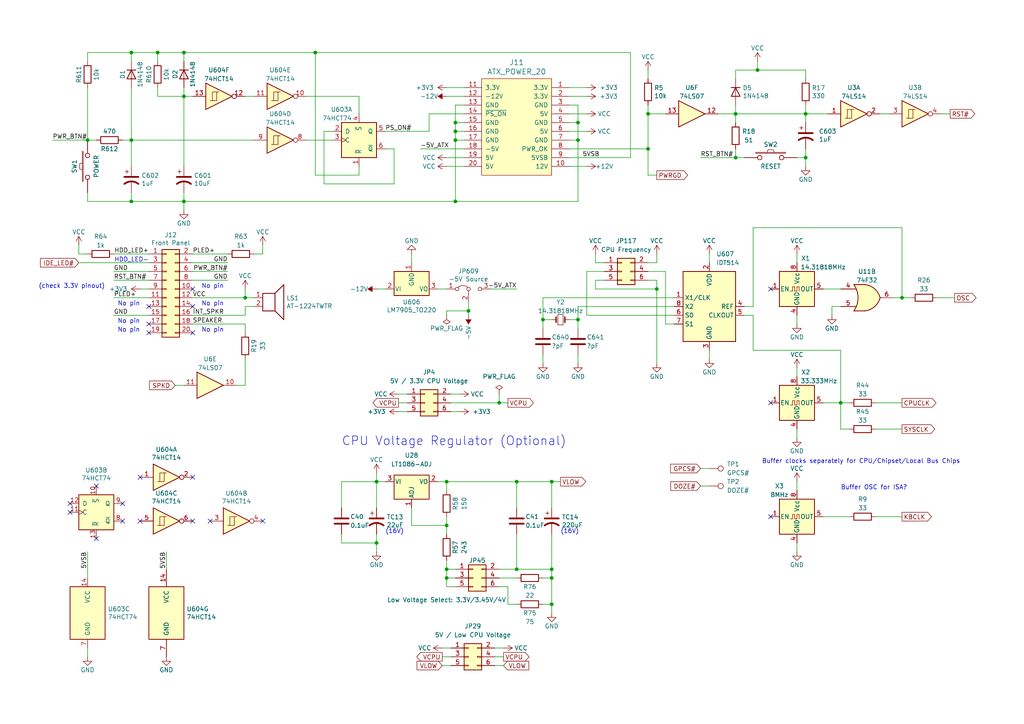
<source format=kicad_sch>
(kicad_sch (version 20211123) (generator eeschema)
  (paper "A4")
  (title_block (title "486 Sandy River Motherboard"))
  (lib_symbols
    (symbol "74xx:74LS07" (pin_names (offset 1.016))
      (property "Reference" "U" (at 0 1.27 0))
      (property "Value" "74LS07" (at 0 -1.27 0))
      (symbol "74LS07_1_0"
        (pin input line (at -7.62 0 0) (length 3.81) (name "~") (number "1"))
        (pin open_collector line (at 7.62 0 180) (length 3.81) (name "~") (number "2"))
      )
      (symbol "74LS07_2_0"
        (pin input line (at -7.62 0 0) (length 3.81) (name "~") (number "3"))
        (pin open_collector line (at 7.62 0 180) (length 3.81) (name "~") (number "4"))
      )
      (symbol "74LS07_3_0"
        (pin input line (at -7.62 0 0) (length 3.81) (name "~") (number "5"))
        (pin open_collector line (at 7.62 0 180) (length 3.81) (name "~") (number "6"))
      )
      (symbol "74LS07_4_0"
        (pin open_collector line (at 7.62 0 180) (length 3.81) (name "~") (number "8"))
        (pin input line (at -7.62 0 0) (length 3.81) (name "~") (number "9"))
      )
      (symbol "74LS07_5_0"
        (pin open_collector line (at 7.62 0 180) (length 3.81) (name "~") (number "10"))
        (pin input line (at -7.62 0 0) (length 3.81) (name "~") (number "11"))
      )
      (symbol "74LS07_6_0"
        (pin open_collector line (at 7.62 0 180) (length 3.81) (name "~") (number "12"))
        (pin input line (at -7.62 0 0) (length 3.81) (name "~") (number "13"))
      )
      (symbol "74LS07_7_0"
        (pin power_in line (at 0 12.7 270) (length 5.08) (name "VCC") (number "14"))
        (pin power_in line (at 0 -12.7 90) (length 5.08) (name "GND") (number "7"))
      )
    )
    (symbol "74xx:74LS14" (pin_names (offset 1.016))
      (property "Reference" "U" (at 0 1.27 0))
      (property "Value" "74LS14" (at 0 -1.27 0))
      (symbol "74LS14_1_0"
        (pin input line (at -7.62 0 0) (length 3.81) (name "~") (number "1"))
        (pin output inverted (at 7.62 0 180) (length 3.81) (name "~") (number "2"))
      )
      (symbol "74LS14_2_0"
        (pin input line (at -7.62 0 0) (length 3.81) (name "~") (number "3"))
        (pin output inverted (at 7.62 0 180) (length 3.81) (name "~") (number "4"))
      )
      (symbol "74LS14_3_0"
        (pin input line (at -7.62 0 0) (length 3.81) (name "~") (number "5"))
        (pin output inverted (at 7.62 0 180) (length 3.81) (name "~") (number "6"))
      )
      (symbol "74LS14_4_0"
        (pin output inverted (at 7.62 0 180) (length 3.81) (name "~") (number "8"))
        (pin input line (at -7.62 0 0) (length 3.81) (name "~") (number "9"))
      )
      (symbol "74LS14_5_0"
        (pin output inverted (at 7.62 0 180) (length 3.81) (name "~") (number "10"))
        (pin input line (at -7.62 0 0) (length 3.81) (name "~") (number "11"))
      )
      (symbol "74LS14_6_0"
        (pin output inverted (at 7.62 0 180) (length 3.81) (name "~") (number "12"))
        (pin input line (at -7.62 0 0) (length 3.81) (name "~") (number "13"))
      )
      (symbol "74LS14_7_0"
        (pin power_in line (at 0 12.7 270) (length 5.08) (name "VCC") (number "14"))
        (pin power_in line (at 0 -12.7 90) (length 5.08) (name "GND") (number "7"))
      )
    )
    (symbol "74xx:74LS32" (pin_names (offset 1.016))
      (property "Reference" "U" (at 0 1.27 0))
      (property "Value" "74LS32" (at 0 -1.27 0))
      (symbol "74LS32_1_1"
        (pin input line (at -7.62 2.54 0) (length 4.318) (name "~") (number "1"))
        (pin input line (at -7.62 -2.54 0) (length 4.318) (name "~") (number "2"))
        (pin output line (at 7.62 0 180) (length 3.81) (name "~") (number "3"))
      )
      (symbol "74LS32_1_2"
        (pin input inverted (at -7.62 2.54 0) (length 3.81) (name "~") (number "1"))
        (pin input inverted (at -7.62 -2.54 0) (length 3.81) (name "~") (number "2"))
        (pin output inverted (at 7.62 0 180) (length 3.81) (name "~") (number "3"))
      )
      (symbol "74LS32_2_1"
        (pin input line (at -7.62 2.54 0) (length 4.318) (name "~") (number "4"))
        (pin input line (at -7.62 -2.54 0) (length 4.318) (name "~") (number "5"))
        (pin output line (at 7.62 0 180) (length 3.81) (name "~") (number "6"))
      )
      (symbol "74LS32_2_2"
        (pin input inverted (at -7.62 2.54 0) (length 3.81) (name "~") (number "4"))
        (pin input inverted (at -7.62 -2.54 0) (length 3.81) (name "~") (number "5"))
        (pin output inverted (at 7.62 0 180) (length 3.81) (name "~") (number "6"))
      )
      (symbol "74LS32_3_1"
        (pin input line (at -7.62 -2.54 0) (length 4.318) (name "~") (number "10"))
        (pin output line (at 7.62 0 180) (length 3.81) (name "~") (number "8"))
        (pin input line (at -7.62 2.54 0) (length 4.318) (name "~") (number "9"))
      )
      (symbol "74LS32_3_2"
        (pin input inverted (at -7.62 -2.54 0) (length 3.81) (name "~") (number "10"))
        (pin output inverted (at 7.62 0 180) (length 3.81) (name "~") (number "8"))
        (pin input inverted (at -7.62 2.54 0) (length 3.81) (name "~") (number "9"))
      )
      (symbol "74LS32_4_1"
        (pin output line (at 7.62 0 180) (length 3.81) (name "~") (number "11"))
        (pin input line (at -7.62 2.54 0) (length 4.318) (name "~") (number "12"))
        (pin input line (at -7.62 -2.54 0) (length 4.318) (name "~") (number "13"))
      )
      (symbol "74LS32_4_2"
        (pin output inverted (at 7.62 0 180) (length 3.81) (name "~") (number "11"))
        (pin input inverted (at -7.62 2.54 0) (length 3.81) (name "~") (number "12"))
        (pin input inverted (at -7.62 -2.54 0) (length 3.81) (name "~") (number "13"))
      )
      (symbol "74LS32_5_0"
        (pin power_in line (at 0 12.7 270) (length 5.08) (name "VCC") (number "14"))
        (pin power_in line (at 0 -12.7 90) (length 5.08) (name "GND") (number "7"))
      )
    )
    (symbol "74xx:74LS74" (pin_names (offset 1.016))
      (property "Reference" "U" (at -7.62 8.89 0))
      (property "Value" "74LS74" (at -7.62 -8.89 0))
      (symbol "74LS74_1_0"
        (pin input line (at 0 -7.62 90) (length 2.54) (name "~{R}") (number "1"))
        (pin input line (at -7.62 2.54 0) (length 2.54) (name "D") (number "2"))
        (pin input clock (at -7.62 0 0) (length 2.54) (name "C") (number "3"))
        (pin input line (at 0 7.62 270) (length 2.54) (name "~{S}") (number "4"))
        (pin output line (at 7.62 2.54 180) (length 2.54) (name "Q") (number "5"))
        (pin output line (at 7.62 -2.54 180) (length 2.54) (name "~{Q}") (number "6"))
      )
      (symbol "74LS74_2_0"
        (pin input line (at 0 7.62 270) (length 2.54) (name "~{S}") (number "10"))
        (pin input clock (at -7.62 0 0) (length 2.54) (name "C") (number "11"))
        (pin input line (at -7.62 2.54 0) (length 2.54) (name "D") (number "12"))
        (pin input line (at 0 -7.62 90) (length 2.54) (name "~{R}") (number "13"))
        (pin output line (at 7.62 -2.54 180) (length 2.54) (name "~{Q}") (number "8"))
        (pin output line (at 7.62 2.54 180) (length 2.54) (name "Q") (number "9"))
      )
      (symbol "74LS74_3_0"
        (pin power_in line (at 0 10.16 270) (length 2.54) (name "VCC") (number "14"))
        (pin power_in line (at 0 -10.16 90) (length 2.54) (name "GND") (number "7"))
      )
    )
    (symbol "Connector:TestPoint" (pin_numbers hide) (pin_names (offset 0.762) hide)
      (property "Reference" "TP" (at 0 6.858 0))
      (property "Value" "TestPoint" (at 0 5.08 0))
      (symbol "TestPoint_1_1"
        (pin passive line (at 0 0 90) (length 2.54) (name "1") (number "1"))
      )
    )
    (symbol "Connector_Generic:Conn_02x03_Odd_Even" (pin_names (offset 1.016) hide)
      (property "Reference" "J" (at 1.27 5.08 0))
      (property "Value" "Conn_02x03_Odd_Even" (at 1.27 -5.08 0))
      (symbol "Conn_02x03_Odd_Even_1_1"
        (pin passive line (at -5.08 2.54 0) (length 3.81) (name "Pin_1") (number "1"))
        (pin passive line (at 7.62 2.54 180) (length 3.81) (name "Pin_2") (number "2"))
        (pin passive line (at -5.08 0 0) (length 3.81) (name "Pin_3") (number "3"))
        (pin passive line (at 7.62 0 180) (length 3.81) (name "Pin_4") (number "4"))
        (pin passive line (at -5.08 -2.54 0) (length 3.81) (name "Pin_5") (number "5"))
        (pin passive line (at 7.62 -2.54 180) (length 3.81) (name "Pin_6") (number "6"))
      )
    )
    (symbol "Connector_Generic:Conn_02x10_Odd_Even" (pin_names (offset 1.016) hide)
      (property "Reference" "J" (at 1.27 12.7 0))
      (property "Value" "Conn_02x10_Odd_Even" (at 1.27 -15.24 0))
      (symbol "Conn_02x10_Odd_Even_1_1"
        (pin passive line (at -5.08 10.16 0) (length 3.81) (name "Pin_1") (number "1"))
        (pin passive line (at 7.62 0 180) (length 3.81) (name "Pin_10") (number "10"))
        (pin passive line (at -5.08 -2.54 0) (length 3.81) (name "Pin_11") (number "11"))
        (pin passive line (at 7.62 -2.54 180) (length 3.81) (name "Pin_12") (number "12"))
        (pin passive line (at -5.08 -5.08 0) (length 3.81) (name "Pin_13") (number "13"))
        (pin passive line (at 7.62 -5.08 180) (length 3.81) (name "Pin_14") (number "14"))
        (pin passive line (at -5.08 -7.62 0) (length 3.81) (name "Pin_15") (number "15"))
        (pin passive line (at 7.62 -7.62 180) (length 3.81) (name "Pin_16") (number "16"))
        (pin passive line (at -5.08 -10.16 0) (length 3.81) (name "Pin_17") (number "17"))
        (pin passive line (at 7.62 -10.16 180) (length 3.81) (name "Pin_18") (number "18"))
        (pin passive line (at -5.08 -12.7 0) (length 3.81) (name "Pin_19") (number "19"))
        (pin passive line (at 7.62 10.16 180) (length 3.81) (name "Pin_2") (number "2"))
        (pin passive line (at 7.62 -12.7 180) (length 3.81) (name "Pin_20") (number "20"))
        (pin passive line (at -5.08 7.62 0) (length 3.81) (name "Pin_3") (number "3"))
        (pin passive line (at 7.62 7.62 180) (length 3.81) (name "Pin_4") (number "4"))
        (pin passive line (at -5.08 5.08 0) (length 3.81) (name "Pin_5") (number "5"))
        (pin passive line (at 7.62 5.08 180) (length 3.81) (name "Pin_6") (number "6"))
        (pin passive line (at -5.08 2.54 0) (length 3.81) (name "Pin_7") (number "7"))
        (pin passive line (at 7.62 2.54 180) (length 3.81) (name "Pin_8") (number "8"))
        (pin passive line (at -5.08 0 0) (length 3.81) (name "Pin_9") (number "9"))
      )
    )
    (symbol "Device:C" (pin_numbers hide) (pin_names (offset 0.254))
      (property "Reference" "C" (at 0.635 2.54 0))
      (property "Value" "C" (at 0.635 -2.54 0))
      (symbol "C_1_1"
        (pin passive line (at 0 3.81 270) (length 2.794) (name "~") (number "1"))
        (pin passive line (at 0 -3.81 90) (length 2.794) (name "~") (number "2"))
      )
    )
    (symbol "Device:C_Polarized_US" (pin_numbers hide) (pin_names (offset 0.254) hide)
      (property "Reference" "C" (at 0.635 2.54 0))
      (property "Value" "C_Polarized_US" (at 0.635 -2.54 0))
      (symbol "C_Polarized_US_1_1"
        (pin passive line (at 0 3.81 270) (length 2.794) (name "~") (number "1"))
        (pin passive line (at 0 -3.81 90) (length 3.302) (name "~") (number "2"))
      )
    )
    (symbol "Device:Crystal_Small" (pin_numbers hide) (pin_names (offset 1.016) hide)
      (property "Reference" "Y" (at 0 2.54 0))
      (property "Value" "Crystal_Small" (at 0 -2.54 0))
      (symbol "Crystal_Small_1_1"
        (pin passive line (at -2.54 0 0) (length 1.27) (name "1") (number "1"))
        (pin passive line (at 2.54 0 180) (length 1.27) (name "2") (number "2"))
      )
    )
    (symbol "Device:D" (pin_numbers hide) (pin_names (offset 1.016) hide)
      (property "Reference" "D" (at 0 2.54 0))
      (property "Value" "D" (at 0 -2.54 0))
      (symbol "D_1_1"
        (pin passive line (at -3.81 0 0) (length 2.54) (name "K") (number "1"))
        (pin passive line (at 3.81 0 180) (length 2.54) (name "A") (number "2"))
      )
    )
    (symbol "Device:R" (pin_numbers hide) (pin_names (offset 0))
      (property "Reference" "R" (at 2.032 0 90))
      (property "Value" "R" (at 0 0 90))
      (symbol "R_1_1"
        (pin passive line (at 0 3.81 270) (length 1.27) (name "~") (number "1"))
        (pin passive line (at 0 -3.81 90) (length 1.27) (name "~") (number "2"))
      )
    )
    (symbol "Device:Speaker" (pin_names (offset 0) hide)
      (property "Reference" "LS" (at 1.27 5.715 0))
      (property "Value" "Speaker" (at 1.27 3.81 0))
      (symbol "Speaker_1_1"
        (pin input line (at -5.08 0 0) (length 2.54) (name "1") (number "1"))
        (pin input line (at -5.08 -2.54 0) (length 2.54) (name "2") (number "2"))
      )
    )
    (symbol "Jumper:Jumper_3_Bridged12" (pin_names (offset 0) hide)
      (property "Reference" "JP" (at -2.54 -2.54 0))
      (property "Value" "Jumper_3_Bridged12" (at 0 2.794 0))
      (symbol "Jumper_3_Bridged12_1_1"
        (pin passive line (at -6.35 0 0) (length 2.54) (name "A") (number "1"))
        (pin passive line (at 0 -3.81 90) (length 2.54) (name "C") (number "2"))
        (pin passive line (at 6.35 0 180) (length 2.54) (name "B") (number "3"))
      )
    )
    (symbol "Oscillator:CXO_DIP8" (pin_names (offset 0.254))
      (property "Reference" "X" (at -5.08 6.35 0))
      (property "Value" "CXO_DIP8" (at 1.27 -6.35 0))
      (symbol "CXO_DIP8_1_1"
        (pin input line (at -7.62 0 0) (length 2.54) (name "EN") (number "1"))
        (pin power_in line (at 0 -7.62 90) (length 2.54) (name "GND") (number "4"))
        (pin output line (at 7.62 0 180) (length 2.54) (name "OUT") (number "5"))
        (pin power_in line (at 0 7.62 270) (length 2.54) (name "Vcc") (number "8"))
      )
    )
    (symbol "Oscillator:NB3N502"
      (property "Reference" "U" (at 2.54 15.24 0))
      (property "Value" "NB3N502" (at 2.54 12.7 0))
      (symbol "NB3N502_1_1"
        (pin input line (at -10.16 2.54 0) (length 2.54) (name "X1/CLK") (number "1"))
        (pin power_in line (at 0 12.7 270) (length 2.54) (name "VDD") (number "2"))
        (pin power_in line (at 0 -12.7 90) (length 2.54) (name "GND") (number "3"))
        (pin output line (at 10.16 0 180) (length 2.54) (name "REF") (number "4"))
        (pin output line (at 10.16 -2.54 180) (length 2.54) (name "CLKOUT") (number "5"))
        (pin input line (at -10.16 -2.54 0) (length 2.54) (name "S0") (number "6"))
        (pin input line (at -10.16 -5.08 0) (length 2.54) (name "S1") (number "7"))
        (pin output line (at -10.16 0 0) (length 2.54) (name "X2") (number "8"))
      )
    )
    (symbol "Regulator_Linear:LM7905_TO220" (pin_names (offset 0.254))
      (property "Reference" "U" (at -3.81 -3.175 0))
      (property "Value" "LM7905_TO220" (at 0 -3.175 0))
      (symbol "LM7905_TO220_1_1"
        (pin power_in line (at 0 7.62 270) (length 2.54) (name "GND") (number "1"))
        (pin power_in line (at -7.62 0 0) (length 2.54) (name "VI") (number "2"))
        (pin power_out line (at 7.62 0 180) (length 2.54) (name "VO") (number "3"))
      )
    )
    (symbol "Regulator_Linear:LT1086-ADJ" (pin_names (offset 0.254))
      (property "Reference" "U" (at -3.81 3.175 0))
      (property "Value" "LT1086-ADJ" (at 0 3.175 0))
      (symbol "LT1086-ADJ_1_1"
        (pin input line (at 0 -7.62 90) (length 2.54) (name "ADJ") (number "1"))
        (pin power_out line (at 7.62 0 180) (length 2.54) (name "VO") (number "2"))
        (pin power_in line (at -7.62 0 0) (length 2.54) (name "VI") (number "3"))
      )
    )
    (symbol "my_components:ATX_POWER_20" (pin_names (offset 1.016))
      (property "Reference" "J" (at -10.16 17.78 0))
      (property "Value" "ATX_POWER_20" (at -10.16 15.24 0))
      (symbol "ATX_POWER_20_1_1"
        (pin power_out line (at -15.24 11.43 0) (length 5.08) (name "3.3V") (number "1"))
        (pin power_out line (at -15.24 -11.43 0) (length 5.08) (name "12V") (number "10"))
        (pin power_in line (at 15.24 11.43 180) (length 5.08) (name "3.3V") (number "11"))
        (pin power_out line (at 15.24 8.89 180) (length 5.08) (name "-12V") (number "12"))
        (pin power_in line (at 15.24 6.35 180) (length 5.08) (name "GND") (number "13"))
        (pin input line (at 15.24 3.81 180) (length 5.08) (name "~{PS_ON}") (number "14"))
        (pin power_in line (at 15.24 1.27 180) (length 5.08) (name "GND") (number "15"))
        (pin power_in line (at 15.24 -1.27 180) (length 5.08) (name "GND") (number "16"))
        (pin power_in line (at 15.24 -3.81 180) (length 5.08) (name "GND") (number "17"))
        (pin power_out line (at 15.24 -6.35 180) (length 5.08) (name "-5V") (number "18"))
        (pin power_in line (at 15.24 -8.89 180) (length 5.08) (name "5V") (number "19"))
        (pin power_in line (at -15.24 8.89 0) (length 5.08) (name "3.3V") (number "2"))
        (pin power_in line (at 15.24 -11.43 180) (length 5.08) (name "5V") (number "20"))
        (pin power_out line (at -15.24 6.35 0) (length 5.08) (name "GND") (number "3"))
        (pin power_out line (at -15.24 3.81 0) (length 5.08) (name "5V") (number "4"))
        (pin power_in line (at -15.24 1.27 0) (length 5.08) (name "GND") (number "5"))
        (pin power_in line (at -15.24 -1.27 0) (length 5.08) (name "5V") (number "6"))
        (pin power_in line (at -15.24 -3.81 0) (length 5.08) (name "GND") (number "7"))
        (pin output line (at -15.24 -6.35 0) (length 5.08) (name "PWR_OK") (number "8"))
        (pin power_out line (at -15.24 -8.89 0) (length 5.08) (name "5VSB") (number "9"))
      )
    )
    (symbol "my_components:Switch_Tactile" (pin_numbers hide) (pin_names (offset 1.016) hide)
      (property "Reference" "SW" (at 3.81 2.794 0))
      (property "Value" "Switch_Tactile" (at 0 -5.08 0))
      (symbol "Switch_Tactile_0_1"
        (pin passive inverted (at -7.62 0 0) (length 5.08) (name "1") (number "1"))
        (pin passive inverted (at 7.62 0 180) (length 5.08) (name "2") (number "2"))
      )
    )
    (symbol "power:+12V" (power) (pin_names (offset 0))
      (property "Value" "+12V" (at 0 3.556 0))
      (symbol "+12V_1_1"
        (pin power_in line (at 0 0 90) (length 0) hide (name "+12V") (number "1"))
      )
    )
    (symbol "power:+3.3V" (power) (pin_names (offset 0))
      (property "Value" "+3.3V" (at 0 3.556 0))
      (symbol "+3.3V_1_1"
        (pin power_in line (at 0 0 90) (length 0) hide (name "+3V3") (number "1"))
      )
    )
    (symbol "power:-12V" (power) (pin_names (offset 0))
      (property "Value" "-12V" (at 0 3.81 0))
      (symbol "-12V_0_0"
        (pin power_in line (at 0 0 90) (length 0) hide (name "-12V") (number "1"))
      )
    )
    (symbol "power:-5V" (power) (pin_names (offset 0))
      (property "Value" "-5V" (at 0 3.81 0))
      (symbol "-5V_0_0"
        (pin power_in line (at 0 0 90) (length 0) hide (name "-5V") (number "1"))
      )
    )
    (symbol "power:GND" (power) (pin_names (offset 0))
      (property "Value" "GND" (at 0 -3.81 0))
      (symbol "GND_1_1"
        (pin power_in line (at 0 0 270) (length 0) hide (name "GND") (number "1"))
      )
    )
    (symbol "power:PWR_FLAG" (power) (pin_numbers hide) (pin_names (offset 0) hide)
      (property "Value" "PWR_FLAG" (at 0 3.81 0))
      (symbol "PWR_FLAG_0_0"
        (pin power_out line (at 0 0 90) (length 0) (name "pwr") (number "1"))
      )
    )
    (symbol "power:VCC" (power) (pin_names (offset 0))
      (property "Value" "VCC" (at 0 3.81 0))
      (symbol "VCC_1_1"
        (pin power_in line (at 0 0 90) (length 0) hide (name "VCC") (number "1"))
      )
    )
  )
  (junction (at 109.22 157.48))
  (junction (at 129.54 152.4))
  (junction (at 157.48 92.71))
  (junction (at 233.68 45.72))
  (junction (at 261.62 86.36))
  (junction (at 167.64 92.71))
  (junction (at 219.71 20.32))
  (junction (at 213.36 45.72))
  (junction (at 167.64 40.64))
  (junction (at 129.54 139.7))
  (junction (at 144.78 116.84))
  (junction (at 160.02 139.7))
  (junction (at 25.4 40.64))
  (junction (at 190.5 83.82))
  (junction (at 132.08 40.64))
  (junction (at 132.08 58.42))
  (junction (at 71.12 86.36))
  (junction (at 167.64 35.56))
  (junction (at 187.96 43.18))
  (junction (at 160.02 167.64))
  (junction (at 233.68 33.02))
  (junction (at 45.72 15.24))
  (junction (at 243.84 116.84))
  (junction (at 109.22 139.7))
  (junction (at 213.36 33.02))
  (junction (at 160.02 165.1))
  (junction (at 160.02 175.26))
  (junction (at 129.54 167.64))
  (junction (at 132.08 38.1))
  (junction (at 38.1 15.24))
  (junction (at 149.86 165.1))
  (junction (at 149.86 139.7))
  (junction (at 135.89 90.17))
  (junction (at 187.96 33.02))
  (junction (at 129.54 165.1))
  (junction (at 38.1 58.42))
  (junction (at 38.1 40.64))
  (junction (at 132.08 35.56))
  (junction (at 53.34 58.42))
  (junction (at 53.34 15.24))
  (junction (at 53.34 27.94))
  (junction (at 91.44 15.24))
  (no_connect (at 55.88 151.13))
  (no_connect (at 223.52 116.84))
  (no_connect (at 55.88 138.43))
  (no_connect (at 40.64 138.43))
  (no_connect (at 27.94 156.21))
  (no_connect (at 55.88 83.82))
  (no_connect (at 20.32 148.59))
  (no_connect (at 35.56 146.05))
  (no_connect (at 55.88 96.52))
  (no_connect (at 35.56 151.13))
  (no_connect (at 20.32 146.05))
  (no_connect (at 223.52 149.86))
  (no_connect (at 27.94 140.97))
  (no_connect (at 43.18 88.9))
  (no_connect (at 76.2 151.13))
  (no_connect (at 43.18 93.98))
  (no_connect (at 223.52 83.82))
  (no_connect (at 40.64 151.13))
  (no_connect (at 60.96 151.13))
  (no_connect (at 55.88 88.9))
  (no_connect (at 43.18 96.52))
  (wire (pts (xy 233.68 33.02) (xy 240.03 33.02)))
  (wire (pts (xy 128.27 187.96) (xy 130.81 187.96)))
  (wire (pts (xy 71.12 104.14) (xy 71.12 111.76)))
  (wire (pts (xy 129.54 165.1) (xy 132.08 165.1)))
  (wire (pts (xy 53.34 58.42) (xy 53.34 60.96)))
  (wire (pts (xy 219.71 20.32) (xy 219.71 17.78)))
  (wire (pts (xy 144.78 165.1) (xy 149.86 165.1)))
  (wire (pts (xy 160.02 139.7) (xy 162.56 139.7)))
  (wire (pts (xy 208.28 33.02) (xy 213.36 33.02)))
  (wire (pts (xy 88.9 40.64) (xy 96.52 40.64)))
  (wire (pts (xy 132.08 38.1) (xy 132.08 40.64)))
  (wire (pts (xy 231.14 157.48) (xy 231.14 160.02)))
  (wire (pts (xy 99.06 139.7) (xy 109.22 139.7)))
  (wire (pts (xy 104.14 48.26) (xy 104.14 50.8)))
  (wire (pts (xy 167.64 35.56) (xy 167.64 40.64)))
  (wire (pts (xy 231.14 91.44) (xy 231.14 93.98)))
  (wire (pts (xy 165.1 48.26) (xy 170.18 48.26)))
  (wire (pts (xy 53.34 27.94) (xy 55.88 27.94)))
  (wire (pts (xy 160.02 165.1) (xy 160.02 167.64)))
  (wire (pts (xy 135.89 90.17) (xy 129.54 90.17)))
  (wire (pts (xy 233.68 20.32) (xy 233.68 22.86)))
  (wire (pts (xy 142.24 83.82) (xy 149.86 83.82)))
  (wire (pts (xy 132.08 35.56) (xy 132.08 38.1)))
  (wire (pts (xy 129.54 170.18) (xy 132.08 170.18)))
  (wire (pts (xy 233.68 33.02) (xy 233.68 35.56)))
  (wire (pts (xy 193.04 78.74) (xy 187.96 78.74)))
  (wire (pts (xy 99.06 157.48) (xy 99.06 154.94)))
  (wire (pts (xy 144.78 116.84) (xy 147.32 116.84)))
  (wire (pts (xy 129.54 139.7) (xy 149.86 139.7)))
  (wire (pts (xy 73.66 40.64) (xy 38.1 40.64)))
  (wire (pts (xy 149.86 139.7) (xy 149.86 147.32)))
  (wire (pts (xy 129.54 139.7) (xy 129.54 142.24)))
  (wire (pts (xy 130.81 119.38) (xy 133.35 119.38)))
  (wire (pts (xy 238.76 83.82) (xy 243.84 83.82)))
  (wire (pts (xy 115.57 114.3) (xy 118.11 114.3)))
  (wire (pts (xy 55.88 81.28) (xy 66.04 81.28)))
  (wire (pts (xy 119.38 147.32) (xy 119.38 152.4)))
  (wire (pts (xy 165.1 30.48) (xy 167.64 30.48)))
  (wire (pts (xy 55.88 78.74) (xy 66.04 78.74)))
  (wire (pts (xy 22.86 76.2) (xy 43.18 76.2)))
  (wire (pts (xy 193.04 93.98) (xy 193.04 78.74)))
  (wire (pts (xy 218.44 88.9) (xy 218.44 66.04)))
  (wire (pts (xy 190.5 83.82) (xy 190.5 105.41)))
  (wire (pts (xy 243.84 124.46) (xy 243.84 116.84)))
  (wire (pts (xy 190.5 73.66) (xy 190.5 76.2)))
  (wire (pts (xy 160.02 139.7) (xy 160.02 147.32)))
  (wire (pts (xy 165.1 25.4) (xy 170.18 25.4)))
  (wire (pts (xy 213.36 22.86) (xy 213.36 20.32)))
  (wire (pts (xy 109.22 157.48) (xy 99.06 157.48)))
  (wire (pts (xy 119.38 73.66) (xy 119.38 76.2)))
  (wire (pts (xy 254 149.86) (xy 261.62 149.86)))
  (wire (pts (xy 73.66 86.36) (xy 71.12 86.36)))
  (wire (pts (xy 167.64 88.9) (xy 195.58 88.9)))
  (wire (pts (xy 119.38 152.4) (xy 129.54 152.4)))
  (wire (pts (xy 254 124.46) (xy 261.62 124.46)))
  (wire (pts (xy 134.62 40.64) (xy 132.08 40.64)))
  (wire (pts (xy 170.18 91.44) (xy 170.18 78.74)))
  (wire (pts (xy 257.81 33.02) (xy 255.27 33.02)))
  (wire (pts (xy 144.78 167.64) (xy 149.86 167.64)))
  (wire (pts (xy 165.1 43.18) (xy 187.96 43.18)))
  (wire (pts (xy 53.34 58.42) (xy 53.34 55.88)))
  (wire (pts (xy 219.71 20.32) (xy 233.68 20.32)))
  (wire (pts (xy 165.1 33.02) (xy 170.18 33.02)))
  (wire (pts (xy 187.96 50.8) (xy 190.5 50.8)))
  (wire (pts (xy 55.88 93.98) (xy 71.12 93.98)))
  (wire (pts (xy 114.3 43.18) (xy 114.3 53.34)))
  (wire (pts (xy 135.89 90.17) (xy 135.89 91.44)))
  (wire (pts (xy 238.76 116.84) (xy 243.84 116.84)))
  (wire (pts (xy 130.81 116.84) (xy 144.78 116.84)))
  (wire (pts (xy 115.57 116.84) (xy 118.11 116.84)))
  (wire (pts (xy 55.88 73.66) (xy 66.04 73.66)))
  (wire (pts (xy 243.84 101.6) (xy 243.84 116.84)))
  (wire (pts (xy 109.22 154.94) (xy 109.22 157.48)))
  (wire (pts (xy 231.14 106.68) (xy 231.14 109.22)))
  (wire (pts (xy 261.62 86.36) (xy 259.08 86.36)))
  (wire (pts (xy 157.48 92.71) (xy 160.02 92.71)))
  (wire (pts (xy 167.64 30.48) (xy 167.64 35.56)))
  (wire (pts (xy 218.44 91.44) (xy 218.44 101.6)))
  (wire (pts (xy 170.18 78.74) (xy 175.26 78.74)))
  (wire (pts (xy 45.72 27.94) (xy 45.72 25.4)))
  (wire (pts (xy 127 83.82) (xy 129.54 83.82)))
  (wire (pts (xy 115.57 119.38) (xy 118.11 119.38)))
  (wire (pts (xy 143.51 190.5) (xy 146.05 190.5)))
  (wire (pts (xy 43.18 83.82) (xy 40.64 83.82)))
  (wire (pts (xy 149.86 139.7) (xy 160.02 139.7)))
  (wire (pts (xy 111.76 83.82) (xy 109.22 83.82)))
  (wire (pts (xy 254 116.84) (xy 261.62 116.84)))
  (wire (pts (xy 172.72 73.66) (xy 172.72 76.2)))
  (wire (pts (xy 157.48 105.41) (xy 157.48 102.87)))
  (wire (pts (xy 134.62 45.72) (xy 129.54 45.72)))
  (wire (pts (xy 111.76 43.18) (xy 114.3 43.18)))
  (wire (pts (xy 25.4 40.64) (xy 15.24 40.64)))
  (wire (pts (xy 55.88 76.2) (xy 66.04 76.2)))
  (wire (pts (xy 71.12 93.98) (xy 71.12 96.52)))
  (wire (pts (xy 195.58 91.44) (xy 170.18 91.44)))
  (wire (pts (xy 231.14 139.7) (xy 231.14 142.24)))
  (wire (pts (xy 91.44 50.8) (xy 91.44 15.24)))
  (wire (pts (xy 187.96 43.18) (xy 187.96 50.8)))
  (wire (pts (xy 38.1 58.42) (xy 53.34 58.42)))
  (wire (pts (xy 167.64 58.42) (xy 132.08 58.42)))
  (wire (pts (xy 91.44 15.24) (xy 182.88 15.24)))
  (wire (pts (xy 218.44 101.6) (xy 243.84 101.6)))
  (wire (pts (xy 233.68 30.48) (xy 233.68 33.02)))
  (wire (pts (xy 182.88 15.24) (xy 182.88 45.72)))
  (wire (pts (xy 38.1 25.4) (xy 38.1 40.64)))
  (wire (pts (xy 231.14 45.72) (xy 233.68 45.72)))
  (wire (pts (xy 157.48 175.26) (xy 160.02 175.26)))
  (wire (pts (xy 160.02 154.94) (xy 160.02 165.1)))
  (wire (pts (xy 132.08 40.64) (xy 132.08 58.42)))
  (wire (pts (xy 213.36 30.48) (xy 213.36 33.02)))
  (wire (pts (xy 43.18 78.74) (xy 33.02 78.74)))
  (wire (pts (xy 215.9 88.9) (xy 218.44 88.9)))
  (wire (pts (xy 213.36 45.72) (xy 213.36 43.18)))
  (wire (pts (xy 134.62 38.1) (xy 132.08 38.1)))
  (wire (pts (xy 109.22 139.7) (xy 109.22 137.16)))
  (wire (pts (xy 73.66 88.9) (xy 71.12 88.9)))
  (wire (pts (xy 167.64 92.71) (xy 165.1 92.71)))
  (wire (pts (xy 25.4 58.42) (xy 38.1 58.42)))
  (wire (pts (xy 25.4 187.96) (xy 25.4 190.5)))
  (wire (pts (xy 48.26 165.1) (xy 48.26 160.02)))
  (wire (pts (xy 27.94 40.64) (xy 25.4 40.64)))
  (wire (pts (xy 243.84 116.84) (xy 246.38 116.84)))
  (wire (pts (xy 187.96 43.18) (xy 187.96 33.02)))
  (wire (pts (xy 71.12 88.9) (xy 71.12 91.44)))
  (wire (pts (xy 76.2 73.66) (xy 76.2 71.12)))
  (wire (pts (xy 205.74 101.6) (xy 205.74 104.14)))
  (wire (pts (xy 22.86 73.66) (xy 25.4 73.66)))
  (wire (pts (xy 38.1 15.24) (xy 38.1 17.78)))
  (wire (pts (xy 231.14 124.46) (xy 231.14 127)))
  (wire (pts (xy 187.96 81.28) (xy 190.5 81.28)))
  (wire (pts (xy 165.1 35.56) (xy 167.64 35.56)))
  (wire (pts (xy 53.34 27.94) (xy 45.72 27.94)))
  (wire (pts (xy 203.2 135.89) (xy 205.74 135.89)))
  (wire (pts (xy 111.76 38.1) (xy 124.46 38.1)))
  (wire (pts (xy 215.9 91.44) (xy 218.44 91.44)))
  (wire (pts (xy 43.18 91.44) (xy 33.02 91.44)))
  (wire (pts (xy 264.16 86.36) (xy 261.62 86.36)))
  (wire (pts (xy 160.02 175.26) (xy 160.02 167.64)))
  (wire (pts (xy 55.88 86.36) (xy 71.12 86.36)))
  (wire (pts (xy 73.66 73.66) (xy 76.2 73.66)))
  (wire (pts (xy 195.58 93.98) (xy 193.04 93.98)))
  (wire (pts (xy 213.36 20.32) (xy 219.71 20.32)))
  (wire (pts (xy 104.14 27.94) (xy 104.14 33.02)))
  (wire (pts (xy 129.54 167.64) (xy 132.08 167.64)))
  (wire (pts (xy 187.96 20.32) (xy 187.96 22.86)))
  (wire (pts (xy 130.81 114.3) (xy 133.35 114.3)))
  (wire (pts (xy 99.06 147.32) (xy 99.06 139.7)))
  (wire (pts (xy 43.18 86.36) (xy 33.02 86.36)))
  (wire (pts (xy 165.1 27.94) (xy 170.18 27.94)))
  (wire (pts (xy 190.5 83.82) (xy 190.5 81.28)))
  (wire (pts (xy 88.9 27.94) (xy 104.14 27.94)))
  (wire (pts (xy 129.54 165.1) (xy 129.54 167.64)))
  (wire (pts (xy 271.78 86.36) (xy 276.86 86.36)))
  (wire (pts (xy 114.3 53.34) (xy 93.98 53.34)))
  (wire (pts (xy 241.3 88.9) (xy 241.3 91.44)))
  (wire (pts (xy 172.72 81.28) (xy 175.26 81.28)))
  (wire (pts (xy 53.34 25.4) (xy 53.34 27.94)))
  (wire (pts (xy 213.36 45.72) (xy 215.9 45.72)))
  (wire (pts (xy 53.34 58.42) (xy 132.08 58.42)))
  (wire (pts (xy 144.78 170.18) (xy 147.32 170.18)))
  (wire (pts (xy 53.34 48.26) (xy 53.34 27.94)))
  (wire (pts (xy 157.48 86.36) (xy 157.48 92.71)))
  (wire (pts (xy 124.46 38.1) (xy 124.46 33.02)))
  (wire (pts (xy 172.72 81.28) (xy 172.72 83.82)))
  (wire (pts (xy 134.62 35.56) (xy 132.08 35.56)))
  (wire (pts (xy 45.72 15.24) (xy 45.72 17.78)))
  (wire (pts (xy 218.44 66.04) (xy 261.62 66.04)))
  (wire (pts (xy 144.78 114.3) (xy 144.78 116.84)))
  (wire (pts (xy 127 139.7) (xy 129.54 139.7)))
  (wire (pts (xy 167.64 105.41) (xy 167.64 102.87)))
  (wire (pts (xy 134.62 25.4) (xy 129.54 25.4)))
  (wire (pts (xy 111.76 139.7) (xy 109.22 139.7)))
  (wire (pts (xy 53.34 15.24) (xy 45.72 15.24)))
  (wire (pts (xy 71.12 27.94) (xy 73.66 27.94)))
  (wire (pts (xy 128.27 193.04) (xy 130.81 193.04)))
  (wire (pts (xy 38.1 48.26) (xy 38.1 40.64)))
  (wire (pts (xy 243.84 88.9) (xy 241.3 88.9)))
  (wire (pts (xy 167.64 92.71) (xy 167.64 88.9)))
  (wire (pts (xy 165.1 38.1) (xy 170.18 38.1)))
  (wire (pts (xy 132.08 30.48) (xy 132.08 35.56)))
  (wire (pts (xy 91.44 15.24) (xy 53.34 15.24)))
  (wire (pts (xy 129.54 165.1) (xy 129.54 162.56)))
  (wire (pts (xy 143.51 187.96) (xy 146.05 187.96)))
  (wire (pts (xy 25.4 15.24) (xy 25.4 17.78)))
  (wire (pts (xy 104.14 50.8) (xy 91.44 50.8)))
  (wire (pts (xy 165.1 40.64) (xy 167.64 40.64)))
  (wire (pts (xy 238.76 149.86) (xy 246.38 149.86)))
  (wire (pts (xy 175.26 76.2) (xy 172.72 76.2)))
  (wire (pts (xy 129.54 154.94) (xy 129.54 152.4)))
  (wire (pts (xy 109.22 139.7) (xy 109.22 147.32)))
  (wire (pts (xy 160.02 175.26) (xy 160.02 177.8)))
  (wire (pts (xy 147.32 170.18) (xy 147.32 175.26)))
  (wire (pts (xy 135.89 87.63) (xy 135.89 90.17)))
  (wire (pts (xy 147.32 175.26) (xy 149.86 175.26)))
  (wire (pts (xy 124.46 33.02) (xy 134.62 33.02)))
  (wire (pts (xy 275.59 33.02) (xy 273.05 33.02)))
  (wire (pts (xy 157.48 167.64) (xy 160.02 167.64)))
  (wire (pts (xy 134.62 30.48) (xy 132.08 30.48)))
  (wire (pts (xy 233.68 43.18) (xy 233.68 45.72)))
  (wire (pts (xy 203.2 140.97) (xy 205.74 140.97)))
  (wire (pts (xy 261.62 66.04) (xy 261.62 86.36)))
  (wire (pts (xy 25.4 55.88) (xy 25.4 58.42)))
  (wire (pts (xy 143.51 193.04) (xy 146.05 193.04)))
  (wire (pts (xy 96.52 38.1) (xy 93.98 38.1)))
  (wire (pts (xy 43.18 73.66) (xy 33.02 73.66)))
  (wire (pts (xy 71.12 86.36) (xy 71.12 83.82)))
  (wire (pts (xy 53.34 15.24) (xy 53.34 17.78)))
  (wire (pts (xy 35.56 40.64) (xy 38.1 40.64)))
  (wire (pts (xy 53.34 111.76) (xy 50.8 111.76)))
  (wire (pts (xy 22.86 73.66) (xy 22.86 71.12)))
  (wire (pts (xy 205.74 73.66) (xy 205.74 76.2)))
  (wire (pts (xy 187.96 76.2) (xy 190.5 76.2)))
  (wire (pts (xy 128.27 190.5) (xy 130.81 190.5)))
  (wire (pts (xy 193.04 33.02) (xy 187.96 33.02)))
  (wire (pts (xy 149.86 165.1) (xy 160.02 165.1)))
  (wire (pts (xy 43.18 81.28) (xy 33.02 81.28)))
  (wire (pts (xy 129.54 149.86) (xy 129.54 152.4)))
  (wire (pts (xy 109.22 157.48) (xy 109.22 160.02)))
  (wire (pts (xy 134.62 27.94) (xy 129.54 27.94)))
  (wire (pts (xy 68.58 111.76) (xy 71.12 111.76)))
  (wire (pts (xy 233.68 45.72) (xy 233.68 48.26)))
  (wire (pts (xy 246.38 124.46) (xy 243.84 124.46)))
  (wire (pts (xy 213.36 33.02) (xy 213.36 35.56)))
  (wire (pts (xy 231.14 73.66) (xy 231.14 76.2)))
  (wire (pts (xy 134.62 43.18) (xy 121.92 43.18)))
  (wire (pts (xy 167.64 40.64) (xy 167.64 58.42)))
  (wire (pts (xy 129.54 90.17) (xy 129.54 91.44)))
  (wire (pts (xy 38.1 55.88) (xy 38.1 58.42)))
  (wire (pts (xy 25.4 40.64) (xy 25.4 25.4)))
  (wire (pts (xy 25.4 167.64) (xy 25.4 160.02)))
  (wire (pts (xy 172.72 83.82) (xy 190.5 83.82)))
  (wire (pts (xy 157.48 86.36) (xy 195.58 86.36)))
  (wire (pts (xy 38.1 15.24) (xy 25.4 15.24)))
  (wire (pts (xy 149.86 154.94) (xy 149.86 165.1)))
  (wire (pts (xy 187.96 30.48) (xy 187.96 33.02)))
  (wire (pts (xy 93.98 38.1) (xy 93.98 53.34)))
  (wire (pts (xy 55.88 91.44) (xy 71.12 91.44)))
  (wire (pts (xy 129.54 167.64) (xy 129.54 170.18)))
  (wire (pts (xy 203.2 45.72) (xy 213.36 45.72)))
  (wire (pts (xy 167.64 95.25) (xy 167.64 92.71)))
  (wire (pts (xy 45.72 15.24) (xy 38.1 15.24)))
  (wire (pts (xy 134.62 48.26) (xy 129.54 48.26)))
  (wire (pts (xy 213.36 33.02) (xy 233.68 33.02)))
  (wire (pts (xy 165.1 45.72) (xy 182.88 45.72)))
  (wire (pts (xy 157.48 92.71) (xy 157.48 95.25)))
  (text "No pin" (at 58.42 96.52 0) (effects (font (size 1.27 1.27)) (justify left bottom)))
  (text "(16V)" (at 111.76 154.94 0) (effects (font (size 1.27 1.27)) (justify left bottom)))
  (text "Buffer OSC for ISA?" (at 243.84 142.24 0) (effects (font (size 1.27 1.27)) (justify left bottom)))
  (text "No pin" (at 40.64 96.52 180) (effects (font (size 1.27 1.27)) (justify right bottom)))
  (text "No pin" (at 58.42 88.9 0) (effects (font (size 1.27 1.27)) (justify left bottom)))
  (text "CPU Voltage Regulator (Optional)" (at 99.06 129.54 0) (effects (font (size 2.54 2.54)) (justify left bottom)))
  (text "(16V)" (at 162.56 154.94 0) (effects (font (size 1.27 1.27)) (justify left bottom)))
  (text "HDD_LED-" (at 43.18 76.2 180) (effects (font (size 1.27 1.27)) (justify right bottom)))
  (text "Buffer clocks separately for CPU/Chipset/Local Bus Chips" (at 220.98 134.62 0) (effects (font (size 1.27 1.27)) (justify left bottom)))
  (text "No pin" (at 58.42 83.82 0) (effects (font (size 1.27 1.27)) (justify left bottom)))
  (text "(check 3.3V pinout)" (at 30.48 83.82 180) (effects (font (size 1.27 1.27)) (justify right bottom)))
  (text "No pin" (at 40.64 88.9 180) (effects (font (size 1.27 1.27)) (justify right bottom)))
  (text "No pin" (at 40.64 93.98 180) (effects (font (size 1.27 1.27)) (justify right bottom)))
  (label "5VSB" (at 168.91 45.72 0))
  (label "GND" (at 33.02 91.44 0))
  (label "INT_SPKR" (at 55.88 91.44 0))
  (label "HDD_LED+" (at 43.18 73.66 180))
  (label "-5V_ATX" (at 121.92 43.18 0))
  (label "GND" (at 33.02 78.74 0))
  (label "VCC" (at 55.88 86.36 0))
  (label "PS_ON#" (at 111.76 38.1 0))
  (label "PWR_BTN#" (at 66.04 78.74 180))
  (label "RST_BTN#" (at 33.02 81.28 0))
  (label "5VSB" (at 48.26 160.02 270))
  (label "-5V_ATX" (at 149.86 83.82 180))
  (label "5VSB" (at 25.4 160.02 270))
  (label "PWR_BTN#" (at 15.24 40.64 0))
  (label "GND" (at 66.04 76.2 180))
  (label "GND" (at 66.04 81.28 180))
  (label "RST_BTN#" (at 203.2 45.72 0))
  (label "PLED+" (at 33.02 86.36 0))
  (label "PLED+" (at 55.88 73.66 0))
  (label "SPEAKER" (at 55.88 93.98 0))
  (global_label "GPCS#" (shape input) (at 203.2 135.89 180) (property "Intersheet References" "${INTERSHEET_REFS}" (effects hide)))
  (global_label "VCPU" (shape output) (at 146.05 190.5 0) (property "Intersheet References" "${INTERSHEET_REFS}" (effects hide)))
  (global_label "PWRGD" (shape output) (at 190.5 50.8 0) (property "Intersheet References" "${INTERSHEET_REFS}" (effects hide)))
  (global_label "VCPU" (shape output) (at 147.32 116.84 0) (property "Intersheet References" "${INTERSHEET_REFS}" (effects hide)))
  (global_label "DOZE#" (shape input) (at 203.2 140.97 180) (property "Intersheet References" "${INTERSHEET_REFS}" (effects hide)))
  (global_label "VLOW" (shape output) (at 162.56 139.7 0) (property "Intersheet References" "${INTERSHEET_REFS}" (effects hide)))
  (global_label "RST#" (shape output) (at 275.59 33.02 0) (property "Intersheet References" "${INTERSHEET_REFS}" (effects hide)))
  (global_label "SPKD" (shape input) (at 50.8 111.76 180) (property "Intersheet References" "${INTERSHEET_REFS}" (effects hide)))
  (global_label "VCPU" (shape output) (at 115.57 116.84 180) (property "Intersheet References" "${INTERSHEET_REFS}" (effects hide)))
  (global_label "VCPU" (shape output) (at 128.27 190.5 180) (property "Intersheet References" "${INTERSHEET_REFS}" (effects hide)))
  (global_label "VLOW" (shape input) (at 128.27 193.04 180) (property "Intersheet References" "${INTERSHEET_REFS}" (effects hide)))
  (global_label "IDE_LED#" (shape input) (at 22.86 76.2 180) (property "Intersheet References" "${INTERSHEET_REFS}" (effects hide)))
  (global_label "KBCLK" (shape output) (at 261.62 149.86 0) (property "Intersheet References" "${INTERSHEET_REFS}" (effects hide)))
  (global_label "CPUCLK" (shape output) (at 261.62 116.84 0) (property "Intersheet References" "${INTERSHEET_REFS}" (effects hide)))
  (global_label "OSC" (shape output) (at 276.86 86.36 0) (property "Intersheet References" "${INTERSHEET_REFS}" (effects hide)))
  (global_label "VLOW" (shape input) (at 146.05 193.04 0) (property "Intersheet References" "${INTERSHEET_REFS}" (effects hide)))
  (global_label "SYSCLK" (shape output) (at 261.62 124.46 0) (property "Intersheet References" "${INTERSHEET_REFS}" (effects hide)))
  (symbol (lib_id "Oscillator:CXO_DIP8") (at 231.14 83.82 0) (unit 1)
    (property "Reference" "X1" (at 233.68 74.93 0))
    (property "Value" "14.31818MHz" (at 238.76 77.47 0))
    (property "Footprint" "Oscillator:Oscillator_DIP-8" (effects hide))
    (property "Datasheet" "http://cdn-reichelt.de/documents/datenblatt/B400/OSZI.pdf" (effects hide))
  )
  (symbol (lib_id "power:VCC") (at 231.14 73.66 0) (unit 1)
    (property "Reference" "#PWR0177" (effects hide))
    (property "Value" "VCC" (at 231.14 69.85 0))
  )
  (symbol (lib_id "power:GND") (at 231.14 93.98 0) (unit 1)
    (property "Reference" "#PWR0178" (effects hide))
    (property "Value" "GND" (at 231.14 97.79 0))
  )
  (symbol (lib_id "Device:R") (at 267.97 86.36 270) (unit 1)
    (property "Reference" "R26" (at 267.97 81.28 90))
    (property "Value" "33" (at 267.97 83.82 90))
    (property "Footprint" "Resistor_SMD:R_0612_1632Metric_Pad1.18x3.40mm_HandSolder" (effects hide))
  )
  (symbol (lib_id "my_components:Switch_Tactile") (at 223.52 45.72 0) (unit 1)
    (property "Reference" "SW2" (at 223.52 41.91 0))
    (property "Value" "RESET" (at 223.52 48.26 0))
    (property "Footprint" "My_Components:Switch_Tactile_6mm" (effects hide))
  )
  (symbol (lib_id "power:GND") (at 233.68 48.26 0) (unit 1)
    (property "Reference" "#PWR0179" (effects hide))
    (property "Value" "GND" (at 233.68 52.07 0))
  )
  (symbol (lib_id "Device:R") (at 213.36 39.37 0) (unit 1)
    (property "Reference" "R18" (at 217.17 38.1 0))
    (property "Value" "51" (at 217.17 40.64 0))
    (property "Footprint" "Resistor_SMD:R_0612_1632Metric_Pad1.18x3.40mm_HandSolder" (effects hide))
  )
  (symbol (lib_id "Device:C_Polarized_US") (at 233.68 39.37 0) (unit 1)
    (property "Reference" "C603" (at 237.49 38.1 0) (effects (justify left)))
    (property "Value" "1uF" (at 237.49 40.4114 0) (effects (justify left)))
    (property "Footprint" "Capacitor_THT:CP_Radial_D5.0mm_P2.00mm" (effects hide))
  )
  (symbol (lib_id "Device:D") (at 213.36 26.67 270) (unit 1)
    (property "Reference" "D5" (at 215.392 25.5016 90) (effects (justify left)))
    (property "Value" "1N4148" (at 215.392 27.813 90) (effects (justify left)))
    (property "Footprint" "Diode_THT:D_DO-35_SOD27_P7.62mm_Horizontal" (effects hide))
  )
  (symbol (lib_id "Device:R") (at 233.68 26.67 0) (unit 1)
    (property "Reference" "R17" (at 235.458 25.5016 0) (effects (justify left)))
    (property "Value" "330" (at 235.458 27.813 0) (effects (justify left)))
    (property "Footprint" "Resistor_SMD:R_0612_1632Metric_Pad1.18x3.40mm_HandSolder" (effects hide))
  )
  (symbol (lib_id "power:VCC") (at 219.71 17.78 0) (unit 1)
    (property "Reference" "#PWR0180" (effects hide))
    (property "Value" "VCC" (at 219.71 13.97 0))
  )
  (symbol (lib_id "Oscillator:CXO_DIP8") (at 231.14 116.84 0) (unit 1)
    (property "Reference" "X2" (at 233.68 107.95 0))
    (property "Value" "33.333MHz" (at 237.49 110.49 0))
    (property "Footprint" "Oscillator:Oscillator_DIP-8" (effects hide))
    (property "Datasheet" "http://cdn-reichelt.de/documents/datenblatt/B400/OSZI.pdf" (effects hide))
  )
  (symbol (lib_id "power:VCC") (at 231.14 106.68 0) (unit 1)
    (property "Reference" "#PWR0218" (effects hide))
    (property "Value" "VCC" (at 231.14 102.87 0))
  )
  (symbol (lib_id "power:GND") (at 231.14 127 0) (unit 1)
    (property "Reference" "#PWR0219" (effects hide))
    (property "Value" "GND" (at 231.14 130.81 0))
  )
  (symbol (lib_id "Device:R") (at 250.19 116.84 270) (unit 1)
    (property "Reference" "R44" (at 250.19 111.76 90))
    (property "Value" "33" (at 250.19 114.3 90))
    (property "Footprint" "Resistor_SMD:R_0612_1632Metric_Pad1.18x3.40mm_HandSolder" (effects hide))
  )
  (symbol (lib_id "74xx:74LS74") (at 104.14 40.64 0) (unit 1)
    (property "Reference" "U603" (at 99.06 31.75 0))
    (property "Value" "74HCT74" (at 97.79 34.29 0))
    (property "Footprint" "My_Components:IC_DIP14_300" (effects hide))
    (property "Datasheet" "74xx/74hc_hct74.pdf" (effects hide))
  )
  (symbol (lib_id "74xx:74LS74") (at 27.94 148.59 0) (unit 2)
    (property "Reference" "U603" (at 27.94 136.3726 0))
    (property "Value" "74HCT74" (at 27.94 138.684 0))
    (property "Footprint" "My_Components:IC_DIP14_300" (effects hide))
    (property "Datasheet" "74xx/74hc_hct74.pdf" (effects hide))
  )
  (symbol (lib_id "74xx:74LS74") (at 25.4 177.8 0) (unit 3)
    (property "Reference" "U603" (at 31.242 176.6316 0) (effects (justify left)))
    (property "Value" "74HCT74" (at 31.242 178.943 0) (effects (justify left)))
    (property "Footprint" "My_Components:IC_DIP14_300" (effects hide))
    (property "Datasheet" "74xx/74hc_hct74.pdf" (effects hide))
  )
  (symbol (lib_id "power:GND") (at 25.4 190.5 0) (unit 1)
    (property "Reference" "#PWR0222" (effects hide))
    (property "Value" "GND" (at 25.4 194.31 0))
  )
  (symbol (lib_id "74xx:74LS14") (at 48.26 138.43 0) (unit 1)
    (property "Reference" "U604" (at 48.26 130.3782 0))
    (property "Value" "74HCT14" (at 48.26 132.6896 0))
    (property "Footprint" "My_Components:IC_DIP14_300" (effects hide))
    (property "Datasheet" "http://www.ti.com/lit/gpn/sn74LS14" (effects hide))
  )
  (symbol (lib_id "74xx:74LS14") (at 68.58 151.13 0) (unit 2)
    (property "Reference" "U604" (at 68.58 143.0782 0))
    (property "Value" "74HCT14" (at 68.58 145.3896 0))
    (property "Footprint" "My_Components:IC_DIP14_300" (effects hide))
    (property "Datasheet" "http://www.ti.com/lit/gpn/sn74LS14" (effects hide))
  )
  (symbol (lib_id "74xx:74LS14") (at 48.26 151.13 0) (unit 3)
    (property "Reference" "U604" (at 48.26 143.0782 0))
    (property "Value" "74HCT14" (at 48.26 145.3896 0))
    (property "Footprint" "My_Components:IC_DIP14_300" (effects hide))
    (property "Datasheet" "http://www.ti.com/lit/gpn/sn74LS14" (effects hide))
  )
  (symbol (lib_id "74xx:74LS14") (at 81.28 40.64 0) (unit 4)
    (property "Reference" "U604" (at 81.28 33.02 0))
    (property "Value" "74HCT14" (at 81.28 35.56 0))
    (property "Footprint" "My_Components:IC_DIP14_300" (effects hide))
    (property "Datasheet" "http://www.ti.com/lit/gpn/sn74LS14" (effects hide))
  )
  (symbol (lib_id "74xx:74LS14") (at 81.28 27.94 0) (unit 5)
    (property "Reference" "U604" (at 81.28 20.32 0))
    (property "Value" "74HCT14" (at 81.28 22.86 0))
    (property "Footprint" "My_Components:IC_DIP14_300" (effects hide))
    (property "Datasheet" "http://www.ti.com/lit/gpn/sn74LS14" (effects hide))
  )
  (symbol (lib_id "74xx:74LS14") (at 63.5 27.94 0) (unit 6)
    (property "Reference" "U604" (at 63.5 20.32 0))
    (property "Value" "74HCT14" (at 63.5 22.86 0))
    (property "Footprint" "My_Components:IC_DIP14_300" (effects hide))
    (property "Datasheet" "http://www.ti.com/lit/gpn/sn74LS14" (effects hide))
  )
  (symbol (lib_id "74xx:74LS14") (at 48.26 177.8 0) (unit 7)
    (property "Reference" "U604" (at 54.102 176.6316 0) (effects (justify left)))
    (property "Value" "74HCT14" (at 54.102 178.943 0) (effects (justify left)))
    (property "Footprint" "My_Components:IC_DIP14_300" (effects hide))
    (property "Datasheet" "http://www.ti.com/lit/gpn/sn74LS14" (effects hide))
  )
  (symbol (lib_id "power:GND") (at 48.26 190.5 0) (unit 1)
    (property "Reference" "#PWR0223" (effects hide))
    (property "Value" "GND" (at 48.26 194.31 0))
  )
  (symbol (lib_id "Device:C_Polarized_US") (at 53.34 52.07 0) (unit 1)
    (property "Reference" "C601" (at 56.261 50.9016 0) (effects (justify left)))
    (property "Value" "10uF" (at 56.261 53.213 0) (effects (justify left)))
    (property "Footprint" "Capacitor_THT:CP_Radial_D5.0mm_P2.00mm" (effects hide))
  )
  (symbol (lib_id "Device:D") (at 53.34 21.59 270) (unit 1)
    (property "Reference" "D2" (at 50.8 21.59 0))
    (property "Value" "1N4148" (at 55.88 21.59 0))
    (property "Footprint" "Diode_THT:D_DO-35_SOD27_P7.62mm_Horizontal" (effects hide))
  )
  (symbol (lib_id "Device:R") (at 45.72 21.59 0) (unit 1)
    (property "Reference" "R610" (at 43.18 21.59 90))
    (property "Value" "10k" (at 48.26 21.59 90))
    (property "Footprint" "Resistor_SMD:R_0612_1632Metric_Pad1.18x3.40mm_HandSolder" (effects hide))
  )
  (symbol (lib_id "Device:C_Polarized_US") (at 38.1 52.07 0) (unit 1)
    (property "Reference" "C602" (at 41.021 50.9016 0) (effects (justify left)))
    (property "Value" "1uF" (at 41.021 53.213 0) (effects (justify left)))
    (property "Footprint" "Capacitor_THT:CP_Radial_D5.0mm_P2.00mm" (effects hide))
  )
  (symbol (lib_id "Device:D") (at 38.1 21.59 270) (unit 1)
    (property "Reference" "D1" (at 35.56 21.59 0))
    (property "Value" "1N4148" (at 40.64 21.59 0))
    (property "Footprint" "Diode_THT:D_DO-35_SOD27_P7.62mm_Horizontal" (effects hide))
  )
  (symbol (lib_id "Device:R") (at 25.4 21.59 0) (unit 1)
    (property "Reference" "R611" (at 22.86 21.59 90))
    (property "Value" "10k" (at 27.94 21.59 90))
    (property "Footprint" "Resistor_SMD:R_0612_1632Metric_Pad1.18x3.40mm_HandSolder" (effects hide))
  )
  (symbol (lib_id "Device:R") (at 31.75 40.64 270) (unit 1)
    (property "Reference" "R612" (at 31.75 43.18 90))
    (property "Value" "470" (at 31.75 38.1 90))
  )
  (symbol (lib_id "my_components:Switch_Tactile") (at 25.4 48.26 90) (unit 1)
    (property "Reference" "SW1" (at 21.59 48.26 0))
    (property "Value" "POWER" (at 27.94 48.26 0))
    (property "Footprint" "My_Components:Switch_Tactile_6mm" (effects hide))
  )
  (symbol (lib_id "power:GND") (at 53.34 60.96 0) (unit 1)
    (property "Reference" "#PWR0224" (effects hide))
    (property "Value" "GND" (at 53.34 64.77 0))
  )
  (symbol (lib_id "Connector_Generic:Conn_02x10_Odd_Even") (at 48.26 83.82 0) (unit 1)
    (property "Reference" "J12" (at 49.53 68.1482 0))
    (property "Value" "Front Panel" (at 49.53 70.4596 0))
    (property "Footprint" "Connector_PinHeader_2.54mm:PinHeader_2x10_P2.54mm_Vertical" (effects hide))
  )
  (symbol (lib_id "power:+3.3V") (at 40.64 83.82 90) (unit 1)
    (property "Reference" "#PWR0250" (effects hide))
    (property "Value" "+3.3V" (at 34.29 83.82 90))
  )
  (symbol (lib_id "Device:R") (at 71.12 100.33 180) (unit 1)
    (property "Reference" "R19" (at 73.66 100.33 90))
    (property "Value" "33" (at 76.2 100.33 90))
    (property "Footprint" "Resistor_SMD:R_0612_1632Metric_Pad1.18x3.40mm_HandSolder" (effects hide))
  )
  (symbol (lib_id "Device:Speaker") (at 78.74 86.36 0) (unit 1)
    (property "Reference" "LS1" (at 83.058 86.4616 0) (effects (justify left)))
    (property "Value" "AT-1224TWTR" (at 83.058 88.773 0) (effects (justify left)))
    (property "Footprint" "My_Components:Speaker_12mm" (effects hide))
  )
  (symbol (lib_id "power:VCC") (at 71.12 83.82 0) (unit 1)
    (property "Reference" "#PWR0284" (effects hide))
    (property "Value" "VCC" (at 71.12 80.01 0))
  )
  (symbol (lib_id "my_components:ATX_POWER_20") (at 149.86 36.83 0) (mirror y) (unit 1)
    (property "Reference" "J11" (at 149.86 18.1102 0) (effects (font (size 1.524 1.524))))
    (property "Value" "ATX_POWER_20" (at 149.86 20.8026 0) (effects (font (size 1.524 1.524))))
    (property "Footprint" "My_Components:Conn_Power_ATX_20pin" (effects hide))
  )
  (symbol (lib_id "power:VCC") (at 170.18 38.1 270) (unit 1)
    (property "Reference" "#PWR0291" (effects hide))
    (property "Value" "VCC" (at 175.26 38.1 90))
  )
  (symbol (lib_id "power:+12V") (at 170.18 48.26 270) (unit 1)
    (property "Reference" "#PWR0290" (effects hide))
    (property "Value" "+12V" (at 175.26 48.26 90))
  )
  (symbol (lib_id "power:VCC") (at 170.18 33.02 270) (unit 1)
    (property "Reference" "#PWR0289" (effects hide))
    (property "Value" "VCC" (at 175.26 33.02 90))
  )
  (symbol (lib_id "power:+3.3V") (at 170.18 27.94 270) (unit 1)
    (property "Reference" "#PWR0288" (effects hide))
    (property "Value" "+3.3V" (at 176.53 27.94 90))
  )
  (symbol (lib_id "power:+3.3V") (at 170.18 25.4 270) (unit 1)
    (property "Reference" "#PWR0287" (effects hide))
    (property "Value" "+3.3V" (at 176.53 25.4 90))
  )
  (symbol (lib_id "power:+3.3V") (at 129.54 25.4 90) (unit 1)
    (property "Reference" "#PWR0251" (effects hide))
    (property "Value" "+3.3V" (at 123.19 25.4 90))
  )
  (symbol (lib_id "power:-12V") (at 129.54 27.94 90) (unit 1)
    (property "Reference" "#PWR0216" (effects hide))
    (property "Value" "-12V" (at 124.46 27.94 90))
  )
  (symbol (lib_id "power:VCC") (at 129.54 45.72 90) (unit 1)
    (property "Reference" "#PWR0215" (effects hide))
    (property "Value" "VCC" (at 124.46 45.72 90))
  )
  (symbol (lib_id "power:VCC") (at 129.54 48.26 90) (unit 1)
    (property "Reference" "#PWR0214" (effects hide))
    (property "Value" "VCC" (at 124.46 48.26 90))
  )
  (symbol (lib_id "Regulator_Linear:LM7905_TO220") (at 119.38 83.82 0) (unit 1)
    (property "Reference" "U606" (at 119.38 87.6046 0))
    (property "Value" "LM7905_TO220" (at 119.38 89.916 0))
    (property "Footprint" "Package_TO_SOT_THT:TO-220-3_Vertical" (effects hide))
    (property "Datasheet" "https://www.onsemi.com/pub/Collateral/MC7900-D.PDF" (effects hide))
  )
  (symbol (lib_id "power:-5V") (at 135.89 91.44 180) (unit 1)
    (property "Reference" "#PWR0292" (effects hide))
    (property "Value" "-5V" (at 135.89 96.52 90))
  )
  (symbol (lib_id "power:-12V") (at 109.22 83.82 90) (unit 1)
    (property "Reference" "#PWR0293" (effects hide))
    (property "Value" "-12V" (at 104.14 83.82 90))
  )
  (symbol (lib_id "power:GND") (at 119.38 73.66 180) (unit 1)
    (property "Reference" "#PWR0294" (effects hide))
    (property "Value" "GND" (at 119.38 69.85 0))
  )
  (symbol (lib_id "Jumper:Jumper_3_Bridged12") (at 135.89 83.82 0) (unit 1)
    (property "Reference" "JP609" (at 135.89 78.6384 0))
    (property "Value" "-5V Source" (at 135.89 80.9498 0))
    (property "Footprint" "My_Components:Conn_Pin_Header_3x1_2.54mm" (effects hide))
  )
  (symbol (lib_id "power:PWR_FLAG") (at 129.54 91.44 180) (unit 1)
    (property "Reference" "#FLG0102" (effects hide))
    (property "Value" "PWR_FLAG" (at 129.54 95.25 0))
  )
  (symbol (lib_id "Device:R") (at 69.85 73.66 270) (unit 1)
    (property "Reference" "R63" (at 69.85 68.58 90))
    (property "Value" "1k" (at 69.85 71.12 90))
    (property "Footprint" "Resistor_SMD:R_0612_1632Metric_Pad1.18x3.40mm_HandSolder" (effects hide))
  )
  (symbol (lib_id "Device:R") (at 29.21 73.66 270) (unit 1)
    (property "Reference" "R64" (at 29.21 68.58 90))
    (property "Value" "1k" (at 29.21 71.12 90))
    (property "Footprint" "Resistor_SMD:R_0612_1632Metric_Pad1.18x3.40mm_HandSolder" (effects hide))
  )
  (symbol (lib_id "power:VCC") (at 76.2 71.12 0) (unit 1)
    (property "Reference" "#PWR0369" (effects hide))
    (property "Value" "VCC" (at 76.2 67.31 0))
  )
  (symbol (lib_id "power:VCC") (at 22.86 71.12 0) (unit 1)
    (property "Reference" "#PWR0370" (effects hide))
    (property "Value" "VCC" (at 22.86 67.31 0))
  )
  (symbol (lib_id "Device:C") (at 157.48 99.06 0) (unit 1)
    (property "Reference" "C640" (at 160.02 97.79 0) (effects (justify left)))
    (property "Value" "?pF" (at 160.02 100.33 0) (effects (justify left)))
    (property "Footprint" "Capacitor_SMD:C_0603_1608Metric_Pad1.08x0.95mm_HandSolder" (effects hide))
  )
  (symbol (lib_id "power:VCC") (at 205.74 73.66 0) (unit 1)
    (property "Reference" "#PWR0485" (effects hide))
    (property "Value" "VCC" (at 205.74 69.85 0))
  )
  (symbol (lib_id "power:GND") (at 160.02 177.8 0) (unit 1)
    (property "Reference" "#PWR0248" (effects hide))
    (property "Value" "GND" (at 160.02 181.61 0))
  )
  (symbol (lib_id "Device:R") (at 129.54 158.75 180) (unit 1)
    (property "Reference" "R57" (at 132.08 158.75 90))
    (property "Value" "243" (at 134.62 158.75 90))
  )
  (symbol (lib_id "Device:R") (at 250.19 149.86 270) (unit 1)
    (property "Reference" "R9" (at 250.19 144.78 90))
    (property "Value" "33" (at 250.19 147.32 90))
    (property "Footprint" "Resistor_SMD:R_0612_1632Metric_Pad1.18x3.40mm_HandSolder" (effects hide))
  )
  (symbol (lib_id "Regulator_Linear:LT1086-ADJ") (at 119.38 139.7 0) (unit 1)
    (property "Reference" "U28" (at 119.38 132.08 0))
    (property "Value" "LT1086-ADJ" (at 119.38 134.62 0))
    (property "Datasheet" "https://www.analog.com/media/en/technical-documentation/data-sheets/1086ffs.pdf" (effects hide))
  )
  (symbol (lib_id "74xx:74LS14") (at 265.43 33.02 0) (unit 2)
    (property "Reference" "U3" (at 265.43 25.4 0))
    (property "Value" "74LS14" (at 265.43 27.94 0))
    (property "Footprint" "My_Components:IC_DIP14_300" (effects hide))
    (property "Datasheet" "http://www.ti.com/lit/gpn/sn74LS14" (effects hide))
  )
  (symbol (lib_id "power:VCC") (at 146.05 187.96 270) (unit 1)
    (property "Reference" "#PWR0249" (effects hide))
    (property "Value" "VCC" (at 151.13 187.96 90))
  )
  (symbol (lib_id "Device:C") (at 167.64 99.06 0) (unit 1)
    (property "Reference" "C641" (at 170.18 97.79 0) (effects (justify left)))
    (property "Value" "?pF" (at 170.18 100.33 0) (effects (justify left)))
    (property "Footprint" "Capacitor_SMD:C_0603_1608Metric_Pad1.08x0.95mm_HandSolder" (effects hide))
  )
  (symbol (lib_id "Device:C_Polarized_US") (at 109.22 151.13 0) (unit 1)
    (property "Reference" "TC13" (at 112.141 149.9616 0) (effects (justify left)))
    (property "Value" "22uF" (at 112.141 152.273 0) (effects (justify left)))
    (property "Footprint" "Capacitor_THT:CP_Radial_D5.0mm_P2.00mm" (effects hide))
  )
  (symbol (lib_id "power:VCC") (at 133.35 114.3 270) (unit 1)
    (property "Reference" "#PWR0468" (effects hide))
    (property "Value" "VCC" (at 138.43 114.3 90))
  )
  (symbol (lib_id "Connector_Generic:Conn_02x03_Odd_Even") (at 137.16 167.64 0) (unit 1)
    (property "Reference" "JP45" (at 138.43 162.56 0))
    (property "Value" "Low Voltage Select: 3.3V/3.45V/4V" (at 129.54 173.99 0))
  )
  (symbol (lib_id "Device:C_Polarized_US") (at 160.02 151.13 0) (unit 1)
    (property "Reference" "TC14" (at 162.941 149.9616 0) (effects (justify left)))
    (property "Value" "220uF" (at 162.941 152.273 0) (effects (justify left)))
    (property "Footprint" "Capacitor_THT:CP_Radial_D5.0mm_P2.00mm" (effects hide))
  )
  (symbol (lib_id "Device:Crystal_Small") (at 162.56 92.71 0) (unit 1)
    (property "Reference" "Y2" (at 162.56 87.63 0))
    (property "Value" "14.31818MHz" (at 162.56 90.17 0))
    (property "Footprint" "My_Components:Crystal_32K_Horiz" (effects hide))
  )
  (symbol (lib_id "74xx:74LS32") (at 251.46 86.36 0) (unit 2)
    (property "Reference" "U11" (at 251.46 78.74 0))
    (property "Value" "74F32" (at 251.46 81.28 0))
    (property "Footprint" "My_Components:IC_DIP14_300" (effects hide))
    (property "Datasheet" "http://www.ti.com/lit/gpn/sn74LS32" (effects hide))
  )
  (symbol (lib_id "Oscillator:NB3N502") (at 205.74 88.9 0) (unit 1)
    (property "Reference" "U607" (at 207.7594 73.66 0) (effects (justify left)))
    (property "Value" "IDT514" (at 207.7594 76.2 0) (effects (justify left)))
    (property "Footprint" "Package_SO:SOIC-8_3.9x4.9mm_P1.27mm" (effects hide))
    (property "Datasheet" "http://www.onsemi.com/pub/Collateral/NB3N502-D.PDF" (effects hide))
  )
  (symbol (lib_id "power:GND") (at 157.48 105.41 0) (unit 1)
    (property "Reference" "#PWR0263" (effects hide))
    (property "Value" "GND" (at 157.48 109.22 0))
  )
  (symbol (lib_id "Device:C") (at 99.06 151.13 0) (unit 1)
    (property "Reference" "C40" (at 101.6 149.86 0) (effects (justify left)))
    (property "Value" "0.1uF" (at 101.6 152.4 0) (effects (justify left)))
  )
  (symbol (lib_id "power:GND") (at 109.22 160.02 0) (unit 1)
    (property "Reference" "#PWR0469" (effects hide))
    (property "Value" "GND" (at 109.22 163.83 0))
  )
  (symbol (lib_id "power:GND") (at 205.74 104.14 0) (unit 1)
    (property "Reference" "#PWR0486" (effects hide))
    (property "Value" "GND" (at 205.74 107.95 0))
  )
  (symbol (lib_id "Oscillator:CXO_DIP8") (at 231.14 149.86 0) (unit 1)
    (property "Reference" "X3" (at 226.06 140.97 0))
    (property "Value" "8MHz" (at 226.06 143.51 0))
    (property "Footprint" "Oscillator:Oscillator_DIP-8" (effects hide))
    (property "Datasheet" "http://cdn-reichelt.de/documents/datenblatt/B400/OSZI.pdf" (effects hide))
  )
  (symbol (lib_id "power:VCC") (at 172.72 73.66 0) (unit 1)
    (property "Reference" "#PWR0490" (effects hide))
    (property "Value" "VCC" (at 172.72 69.85 0))
  )
  (symbol (lib_id "Device:R") (at 153.67 167.64 90) (unit 1)
    (property "Reference" "R76" (at 153.67 170.18 90))
    (property "Value" "22" (at 153.67 172.72 90))
  )
  (symbol (lib_id "power:+3.3V") (at 133.35 119.38 270) (unit 1)
    (property "Reference" "#PWR0283" (effects hide))
    (property "Value" "+3.3V" (at 139.7 119.38 90))
  )
  (symbol (lib_id "Device:C") (at 149.86 151.13 0) (unit 1)
    (property "Reference" "C41" (at 152.4 149.86 0) (effects (justify left)))
    (property "Value" "0.1uF" (at 152.4 152.4 0) (effects (justify left)))
  )
  (symbol (lib_id "power:+3.3V") (at 115.57 119.38 90) (unit 1)
    (property "Reference" "#PWR0472" (effects hide))
    (property "Value" "+3.3V" (at 109.22 119.38 90))
  )
  (symbol (lib_id "power:GND") (at 241.3 91.44 0) (unit 1)
    (property "Reference" "#PWR0272" (effects hide))
    (property "Value" "GND" (at 241.3 95.25 0))
  )
  (symbol (lib_id "power:PWR_FLAG") (at 144.78 114.3 0) (unit 1)
    (property "Reference" "#FLG0101" (effects hide))
    (property "Value" "PWR_FLAG" (at 144.78 109.22 0))
  )
  (symbol (lib_id "Connector:TestPoint") (at 205.74 135.89 270) (unit 1)
    (property "Reference" "TP1" (at 210.82 134.6199 90) (effects (justify left)))
    (property "Value" "GPCS#" (at 210.82 137.1599 90) (effects (justify left)))
  )
  (symbol (lib_id "power:GND") (at 231.14 160.02 0) (unit 1)
    (property "Reference" "#PWR0295" (effects hide))
    (property "Value" "GND" (at 231.14 163.83 0))
  )
  (symbol (lib_id "power:VCC") (at 231.14 139.7 0) (unit 1)
    (property "Reference" "#PWR0286" (effects hide))
    (property "Value" "VCC" (at 231.14 135.89 0))
  )
  (symbol (lib_id "power:GND") (at 167.64 105.41 0) (unit 1)
    (property "Reference" "#PWR0488" (effects hide))
    (property "Value" "GND" (at 167.64 109.22 0))
  )
  (symbol (lib_id "power:GND") (at 190.5 105.41 0) (unit 1)
    (property "Reference" "#PWR0487" (effects hide))
    (property "Value" "GND" (at 190.5 109.22 0))
  )
  (symbol (lib_id "74xx:74LS07") (at 200.66 33.02 0) (unit 6)
    (property "Reference" "U6" (at 200.66 25.4 0))
    (property "Value" "74LS07" (at 200.66 27.94 0))
    (property "Footprint" "My_Components:IC_DIP14_300" (effects hide))
    (property "Datasheet" "www.ti.com/lit/ds/symlink/sn74ls07.pdf" (effects hide))
  )
  (symbol (lib_id "power:VCC") (at 128.27 187.96 90) (unit 1)
    (property "Reference" "#PWR0471" (effects hide))
    (property "Value" "VCC" (at 123.19 187.96 90))
  )
  (symbol (lib_id "power:VCC") (at 109.22 137.16 0) (unit 1)
    (property "Reference" "#PWR0470" (effects hide))
    (property "Value" "VCC" (at 109.22 133.35 0))
  )
  (symbol (lib_id "74xx:74LS14") (at 247.65 33.02 0) (unit 1)
    (property "Reference" "U3" (at 247.65 25.4 0))
    (property "Value" "74LS14" (at 247.65 27.94 0))
    (property "Footprint" "My_Components:IC_DIP14_300" (effects hide))
    (property "Datasheet" "http://www.ti.com/lit/gpn/sn74LS14" (effects hide))
  )
  (symbol (lib_id "Device:R") (at 187.96 26.67 0) (unit 1)
    (property "Reference" "R5" (at 189.738 25.5016 0) (effects (justify left)))
    (property "Value" "10k" (at 189.738 27.813 0) (effects (justify left)))
    (property "Footprint" "Resistor_SMD:R_0612_1632Metric_Pad1.18x3.40mm_HandSolder" (effects hide))
  )
  (symbol (lib_id "74xx:74LS07") (at 60.96 111.76 0) (unit 5)
    (property "Reference" "U6" (at 60.96 104.14 0))
    (property "Value" "74LS07" (at 60.96 106.68 0))
    (property "Footprint" "My_Components:IC_DIP14_300" (effects hide))
    (property "Datasheet" "www.ti.com/lit/ds/symlink/sn74ls07.pdf" (effects hide))
  )
  (symbol (lib_id "Connector:TestPoint") (at 205.74 140.97 270) (unit 1)
    (property "Reference" "TP2" (at 210.82 139.6999 90) (effects (justify left)))
    (property "Value" "DOZE#" (at 210.82 142.2399 90) (effects (justify left)))
  )
  (symbol (lib_id "Device:R") (at 153.67 175.26 90) (unit 1)
    (property "Reference" "R75" (at 153.67 177.8 90))
    (property "Value" "75" (at 153.67 180.34 90))
  )
  (symbol (lib_id "Connector_Generic:Conn_02x03_Odd_Even") (at 180.34 78.74 0) (unit 1)
    (property "Reference" "JP117" (at 181.61 69.85 0))
    (property "Value" "CPU Frequency" (at 181.61 72.39 0))
  )
  (symbol (lib_id "Device:R") (at 250.19 124.46 270) (unit 1)
    (property "Reference" "R45" (at 250.19 119.38 90))
    (property "Value" "33" (at 250.19 121.92 90))
    (property "Footprint" "Resistor_SMD:R_0612_1632Metric_Pad1.18x3.40mm_HandSolder" (effects hide))
  )
  (symbol (lib_id "Connector_Generic:Conn_02x03_Odd_Even") (at 123.19 116.84 0) (unit 1)
    (property "Reference" "JP4" (at 124.46 107.95 0))
    (property "Value" "5V / 3.3V CPU Voltage" (at 124.46 110.49 0))
  )
  (symbol (lib_id "Connector_Generic:Conn_02x03_Odd_Even") (at 135.89 190.5 0) (unit 1)
    (property "Reference" "JP29" (at 137.16 181.61 0))
    (property "Value" "5V / Low CPU Voltage" (at 137.16 184.15 0))
  )
  (symbol (lib_id "power:VCC") (at 190.5 73.66 0) (unit 1)
    (property "Reference" "#PWR0489" (effects hide))
    (property "Value" "VCC" (at 190.5 69.85 0))
  )
  (symbol (lib_id "power:VCC") (at 187.96 20.32 0) (unit 1)
    (property "Reference" "#PWR0434" (effects hide))
    (property "Value" "VCC" (at 187.96 16.51 0))
  )
  (symbol (lib_id "power:VCC") (at 115.57 114.3 90) (unit 1)
    (property "Reference" "#PWR0473" (effects hide))
    (property "Value" "VCC" (at 110.49 114.3 90))
  )
  (symbol (lib_id "Device:R") (at 129.54 146.05 180) (unit 1)
    (property "Reference" "R58" (at 132.08 146.05 90))
    (property "Value" "150" (at 134.62 146.05 90))
  )
)
</source>
